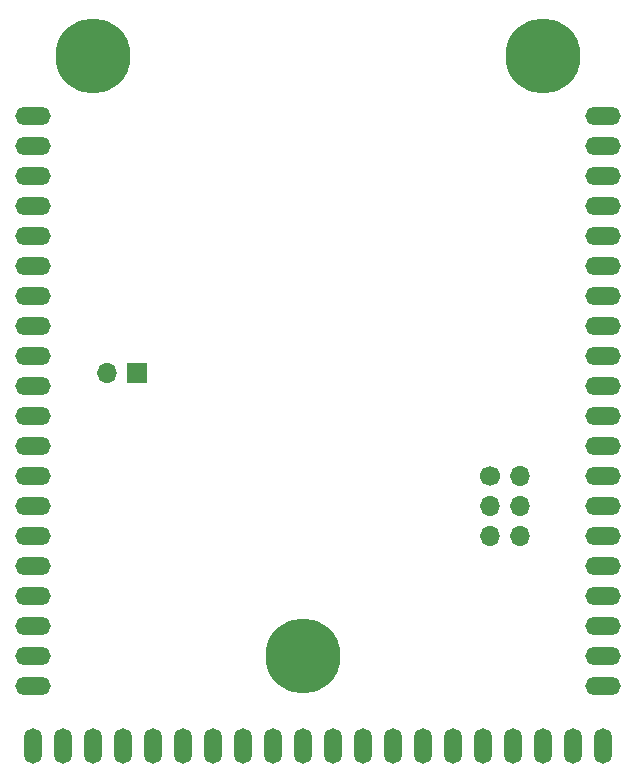
<source format=gbr>
%TF.GenerationSoftware,KiCad,Pcbnew,7.0.9*%
%TF.CreationDate,2024-03-17T14:06:55-07:00*%
%TF.ProjectId,n76e003-ufo-target-board,6e373665-3030-4332-9d75-666f2d746172,rev?*%
%TF.SameCoordinates,Original*%
%TF.FileFunction,Soldermask,Bot*%
%TF.FilePolarity,Negative*%
%FSLAX46Y46*%
G04 Gerber Fmt 4.6, Leading zero omitted, Abs format (unit mm)*
G04 Created by KiCad (PCBNEW 7.0.9) date 2024-03-17 14:06:55*
%MOMM*%
%LPD*%
G01*
G04 APERTURE LIST*
%ADD10C,1.700000*%
%ADD11O,1.700000X1.700000*%
%ADD12R,1.700000X1.700000*%
%ADD13O,2.997200X1.498600*%
%ADD14O,1.498600X2.997200*%
%ADD15C,6.350000*%
G04 APERTURE END LIST*
D10*
%TO.C,JP1*%
X163325000Y-106304200D03*
D11*
X165865000Y-106304200D03*
X163325000Y-108844200D03*
X165865000Y-108844200D03*
X163325000Y-111384200D03*
X165865000Y-111384200D03*
%TD*%
D12*
%TO.C,JP3*%
X133375000Y-97650000D03*
D11*
X130835000Y-97650000D03*
%TD*%
D13*
%TO.C,J1*%
X124579500Y-75824200D03*
X124579500Y-78364200D03*
X124579500Y-80904200D03*
X124579500Y-83444200D03*
X124579500Y-85984200D03*
X124579500Y-88524200D03*
X124579500Y-91064200D03*
X124579500Y-93604200D03*
X124579500Y-96144200D03*
X124579500Y-98684200D03*
X124579500Y-101224200D03*
X124579500Y-103764200D03*
X124579500Y-106304200D03*
X124579500Y-108844200D03*
X124579500Y-111384200D03*
X124579500Y-113924200D03*
X124579500Y-116464200D03*
X124579500Y-119004200D03*
X124579500Y-121544200D03*
X124579500Y-124084200D03*
D14*
X124579500Y-129164200D03*
X127119500Y-129164200D03*
X129659500Y-129164200D03*
X132199500Y-129164200D03*
X134739500Y-129164200D03*
X137279500Y-129164200D03*
X139819500Y-129164200D03*
X142359500Y-129164200D03*
X144899500Y-129164200D03*
X147439500Y-129164200D03*
X149979500Y-129164200D03*
X152519500Y-129164200D03*
X155059500Y-129164200D03*
X157599500Y-129164200D03*
X160139500Y-129164200D03*
X162679500Y-129164200D03*
X165219500Y-129164200D03*
X167759500Y-129164200D03*
X170299500Y-129164200D03*
X172839500Y-129164200D03*
D13*
X172839500Y-75824200D03*
X172839500Y-78364200D03*
X172839500Y-80904200D03*
X172839500Y-83444200D03*
X172839500Y-85984200D03*
X172839500Y-88524200D03*
X172839500Y-91064200D03*
X172839500Y-93604200D03*
X172839500Y-96144200D03*
X172839500Y-98684200D03*
X172839500Y-101224200D03*
X172839500Y-103764200D03*
X172839500Y-106304200D03*
X172839500Y-108844200D03*
X172839500Y-111384200D03*
X172839500Y-113924200D03*
X172839500Y-116464200D03*
X172839500Y-119004200D03*
X172839500Y-121544200D03*
X172839500Y-124084200D03*
D15*
X129659500Y-70744200D03*
X167759500Y-70744200D03*
X147439500Y-121544200D03*
%TD*%
M02*

</source>
